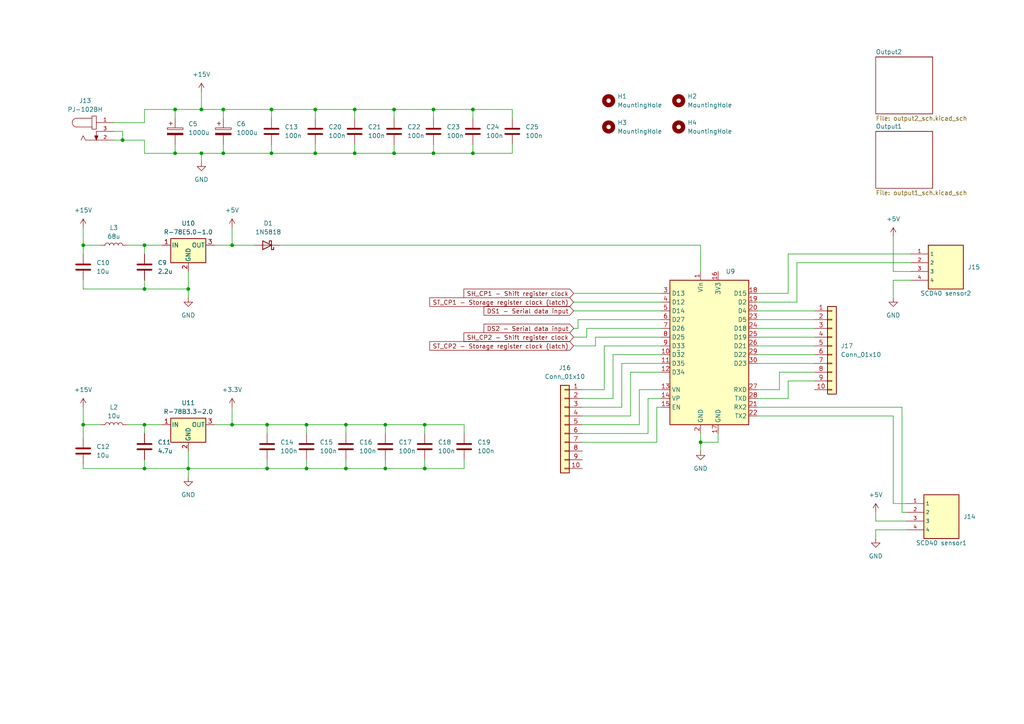
<source format=kicad_sch>
(kicad_sch (version 20231120) (generator "eeschema") (generator_version "8.0")
  (paper "A4")
  (lib_symbols
    (symbol "Connector_Generic:Conn_01x10" (pin_names (offset 1.016) hide)
      (property "Reference" "J" (at 0 12.7 0))
      (property "Value" "Conn_01x10" (at 0 -15.24 0))
      (symbol "Conn_01x10_1_1"
        (rectangle (start -1.27 -12.573) (end 0 -12.827) (stroke (width 0.1524)))
        (rectangle (start -1.27 -10.033) (end 0 -10.287) (stroke (width 0.1524)))
        (rectangle (start -1.27 -7.493) (end 0 -7.747) (stroke (width 0.1524)))
        (rectangle (start -1.27 -4.953) (end 0 -5.207) (stroke (width 0.1524)))
        (rectangle (start -1.27 -2.413) (end 0 -2.667) (stroke (width 0.1524)))
        (rectangle (start -1.27 0.127) (end 0 -0.127) (stroke (width 0.1524)))
        (rectangle (start -1.27 2.667) (end 0 2.413) (stroke (width 0.1524)))
        (rectangle (start -1.27 5.207) (end 0 4.953) (stroke (width 0.1524)))
        (rectangle (start -1.27 7.747) (end 0 7.493) (stroke (width 0.1524)))
        (rectangle (start -1.27 10.287) (end 0 10.033) (stroke (width 0.1524)))
        (rectangle (start -1.27 11.43) (end 1.27 -13.97) (stroke (width 0.254)) (fill (type background)))
        (pin passive line (at -5.08 10.16 0) (length 3.81) (name "Pin_1") (number "1"))
        (pin passive line (at -5.08 -12.7 0) (length 3.81) (name "Pin_10") (number "10"))
        (pin passive line (at -5.08 7.62 0) (length 3.81) (name "Pin_2") (number "2"))
        (pin passive line (at -5.08 5.08 0) (length 3.81) (name "Pin_3") (number "3"))
        (pin passive line (at -5.08 2.54 0) (length 3.81) (name "Pin_4") (number "4"))
        (pin passive line (at -5.08 0 0) (length 3.81) (name "Pin_5") (number "5"))
        (pin passive line (at -5.08 -2.54 0) (length 3.81) (name "Pin_6") (number "6"))
        (pin passive line (at -5.08 -5.08 0) (length 3.81) (name "Pin_7") (number "7"))
        (pin passive line (at -5.08 -7.62 0) (length 3.81) (name "Pin_8") (number "8"))
        (pin passive line (at -5.08 -10.16 0) (length 3.81) (name "Pin_9") (number "9"))
      )
    )
    (symbol "Device:C" (pin_numbers hide) (pin_names (offset 0.254))
      (property "Reference" "C" (at 0.635 2.54 0))
      (property "Value" "C" (at 0.635 -2.54 0))
      (symbol "C_0_1"
        (polyline (pts (xy -2.032 -0.762) (xy 2.032 -0.762)) (stroke (width 0.508)))
        (polyline (pts (xy -2.032 0.762) (xy 2.032 0.762)) (stroke (width 0.508)))
      )
      (symbol "C_1_1"
        (pin passive line (at 0 3.81 270) (length 2.794) (name "~") (number "1"))
        (pin passive line (at 0 -3.81 90) (length 2.794) (name "~") (number "2"))
      )
    )
    (symbol "Device:C_Polarized" (pin_numbers hide) (pin_names (offset 0.254))
      (property "Reference" "C" (at 0.635 2.54 0))
      (property "Value" "C_Polarized" (at 0.635 -2.54 0))
      (symbol "C_Polarized_0_1"
        (rectangle (start -2.286 0.508) (end 2.286 1.016))
        (polyline (pts (xy -1.778 2.286) (xy -0.762 2.286)))
        (polyline (pts (xy -1.27 2.794) (xy -1.27 1.778)))
        (rectangle (start 2.286 -0.508) (end -2.286 -1.016) (fill (type outline)))
      )
      (symbol "C_Polarized_1_1"
        (pin passive line (at 0 3.81 270) (length 2.794) (name "~") (number "1"))
        (pin passive line (at 0 -3.81 90) (length 2.794) (name "~") (number "2"))
      )
    )
    (symbol "Device:L" (pin_numbers hide) (pin_names (offset 1.016) hide)
      (property "Reference" "L" (at -1.27 0 90))
      (property "Value" "L" (at 1.905 0 90))
      (symbol "L_0_1"
        (arc (start 0 -2.54) (mid 0.6323 -1.905) (end 0 -1.27))
        (arc (start 0 -1.27) (mid 0.6323 -0.635) (end 0 0))
        (arc (start 0 0) (mid 0.6323 0.635) (end 0 1.27))
        (arc (start 0 1.27) (mid 0.6323 1.905) (end 0 2.54))
      )
      (symbol "L_1_1"
        (pin passive line (at 0 3.81 270) (length 1.27) (name "1") (number "1"))
        (pin passive line (at 0 -3.81 90) (length 1.27) (name "2") (number "2"))
      )
    )
    (symbol "Diode:1N5818" (pin_numbers hide) (pin_names (offset 1.016) hide)
      (property "Reference" "D" (at 0 2.54 0))
      (property "Value" "1N5818" (at 0 -2.54 0))
      (symbol "1N5818_0_1"
        (polyline (pts (xy 1.27 0) (xy -1.27 0)))
        (polyline (pts (xy 1.27 1.27) (xy 1.27 -1.27) (xy -1.27 0) (xy 1.27 1.27)) (stroke (width 0.254)))
        (polyline (pts (xy -1.905 0.635) (xy -1.905 1.27) (xy -1.27 1.27) (xy -1.27 -1.27) (xy -0.635 -1.27) (xy -0.635 -0.635)) (stroke (width 0.254)))
      )
      (symbol "1N5818_1_1"
        (pin passive line (at -3.81 0 0) (length 2.54) (name "K") (number "1"))
        (pin passive line (at 3.81 0 180) (length 2.54) (name "A") (number "2"))
      )
    )
    (symbol "Mechanical:MountingHole" (pin_names (offset 1.016)) (exclude_from_sim yes) (in_bom no)
      (property "Reference" "H" (at 0 5.08 0))
      (property "Value" "MountingHole" (at 0 3.175 0))
      (symbol "MountingHole_0_1"
        (circle (center 0 0) (radius 1.27) (stroke (width 1.27)))
      )
    )
    (symbol "Regulator_Switching:R-78B3.3-2.0" (pin_names (offset 0.254))
      (property "Reference" "U" (at -3.81 3.175 0))
      (property "Value" "R-78B3.3-2.0" (at 0 3.175 0))
      (symbol "R-78B3.3-2.0_0_1"
        (rectangle (start -5.08 1.905) (end 5.08 -5.08) (stroke (width 0.254)) (fill (type background)))
      )
      (symbol "R-78B3.3-2.0_1_1"
        (pin power_in line (at -7.62 0 0) (length 2.54) (name "IN") (number "1"))
        (pin power_in line (at 0 -7.62 90) (length 2.54) (name "GND") (number "2"))
        (pin power_out line (at 7.62 0 180) (length 2.54) (name "OUT") (number "3"))
      )
    )
    (symbol "Regulator_Switching:R-78E5.0-1.0" (pin_names (offset 0.254))
      (property "Reference" "U" (at -3.81 3.175 0))
      (property "Value" "R-78E5.0-1.0" (at 0 3.175 0))
      (symbol "R-78E5.0-1.0_0_1"
        (rectangle (start -5.08 1.905) (end 5.08 -5.08) (stroke (width 0.254)) (fill (type background)))
      )
      (symbol "R-78E5.0-1.0_1_1"
        (pin power_in line (at -7.62 0 0) (length 2.54) (name "IN") (number "1"))
        (pin power_in line (at 0 -7.62 90) (length 2.54) (name "GND") (number "2"))
        (pin power_out line (at 7.62 0 180) (length 2.54) (name "OUT") (number "3"))
      )
    )
    (symbol "power:+15V" (power) (pin_names (offset 0))
      (property "Value" "+15V" (at 0 3.556 0))
      (symbol "+15V_0_1"
        (polyline (pts (xy -0.762 1.27) (xy 0 2.54)))
        (polyline (pts (xy 0 0) (xy 0 2.54)))
        (polyline (pts (xy 0 2.54) (xy 0.762 1.27)))
      )
      (symbol "+15V_1_1"
        (pin power_in line (at 0 0 90) (length 0) hide (name "+15V") (number "1"))
      )
    )
    (symbol "power:+3.3V" (power) (pin_names (offset 0))
      (property "Value" "+3.3V" (at 0 3.556 0))
      (symbol "+3.3V_0_1"
        (polyline (pts (xy -0.762 1.27) (xy 0 2.54)))
        (polyline (pts (xy 0 0) (xy 0 2.54)))
        (polyline (pts (xy 0 2.54) (xy 0.762 1.27)))
      )
      (symbol "+3.3V_1_1"
        (pin power_in line (at 0 0 90) (length 0) hide (name "+3.3V") (number "1"))
      )
    )
    (symbol "power:+5V" (power) (pin_names (offset 0))
      (property "Value" "+5V" (at 0 3.556 0))
      (symbol "+5V_0_1"
        (polyline (pts (xy -0.762 1.27) (xy 0 2.54)))
        (polyline (pts (xy 0 0) (xy 0 2.54)))
        (polyline (pts (xy 0 2.54) (xy 0.762 1.27)))
      )
      (symbol "+5V_1_1"
        (pin power_in line (at 0 0 90) (length 0) hide (name "+5V") (number "1"))
      )
    )
    (symbol "power:GND" (power) (pin_names (offset 0))
      (property "Value" "GND" (at 0 -3.81 0))
      (symbol "GND_0_1"
        (polyline (pts (xy 0 0) (xy 0 -1.27) (xy 1.27 -1.27) (xy 0 -2.54) (xy -1.27 -1.27) (xy 0 -1.27)))
      )
      (symbol "GND_1_1"
        (pin power_in line (at 0 0 270) (length 0) hide (name "GND") (number "1"))
      )
    )
    (symbol "ventilation:HY2.0-4p"
      (property "Reference" "J" (at 0 0 0))
      (symbol "HY2.0-4p_0_0"
        (rectangle (start -5.08 -6.35) (end 5.08 6.35) (stroke (width 0.254)) (fill (type background)))
        (pin passive line (at -10.16 3.81 0) (length 5.08) (name "1") (number "1"))
        (pin passive line (at -10.16 1.27 0) (length 5.08) (name "2") (number "2"))
        (pin passive line (at -10.16 -1.27 0) (length 5.08) (name "3") (number "3"))
        (pin passive line (at -10.16 -3.81 0) (length 5.08) (name "4") (number "4"))
      )
    )
    (symbol "ventilation:NodeMCU-32S_Ali_30-pins"
      (property "Reference" "U" (at 8.89 0 0))
      (symbol "NodeMCU-32S_Ali_30-pins_0_1"
        (rectangle (start -2.54 20.32) (end 20.32 -21.59) (stroke (width 0.254)) (fill (type background)))
      )
      (symbol "NodeMCU-32S_Ali_30-pins_1_1"
        (pin power_in line (at 6.35 22.86 270) (length 2.54) (name "Vin") (number "1"))
        (pin bidirectional line (at -5.08 -1.27 0) (length 2.54) (name "D32") (number "10"))
        (pin bidirectional line (at -5.08 -3.81 0) (length 2.54) (name "D35") (number "11"))
        (pin bidirectional line (at -5.08 -6.35 0) (length 2.54) (name "D34") (number "12"))
        (pin power_in line (at -5.08 -11.43 0) (length 2.54) (name "VN") (number "13"))
        (pin power_in line (at -5.08 -13.97 0) (length 2.54) (name "VP") (number "14"))
        (pin power_in line (at -5.08 -16.51 0) (length 2.54) (name "EN") (number "15"))
        (pin power_in line (at 11.43 22.86 270) (length 2.54) (name "3V3") (number "16"))
        (pin power_in line (at 11.43 -24.13 90) (length 2.54) (name "GND") (number "17"))
        (pin bidirectional line (at 22.86 16.51 180) (length 2.54) (name "D15") (number "18"))
        (pin bidirectional line (at 22.86 13.97 180) (length 2.54) (name "D2") (number "19"))
        (pin power_in line (at 6.35 -24.13 90) (length 2.54) (name "GND") (number "2"))
        (pin bidirectional line (at 22.86 11.43 180) (length 2.54) (name "D4") (number "20"))
        (pin bidirectional line (at 22.86 -16.51 180) (length 2.54) (name "RX2") (number "21"))
        (pin bidirectional line (at 22.86 -19.05 180) (length 2.54) (name "TX2") (number "22"))
        (pin bidirectional line (at 22.86 8.89 180) (length 2.54) (name "D5") (number "23"))
        (pin bidirectional line (at 22.86 6.35 180) (length 2.54) (name "D18") (number "24"))
        (pin bidirectional line (at 22.86 3.81 180) (length 2.54) (name "D19") (number "25"))
        (pin bidirectional line (at 22.86 1.27 180) (length 2.54) (name "D21") (number "26"))
        (pin bidirectional line (at 22.86 -11.43 180) (length 2.54) (name "RXD") (number "27"))
        (pin bidirectional line (at 22.86 -13.97 180) (length 2.54) (name "TXD") (number "28"))
        (pin bidirectional line (at 22.86 -1.27 180) (length 2.54) (name "D22") (number "29"))
        (pin bidirectional line (at -5.08 16.51 0) (length 2.54) (name "D13") (number "3"))
        (pin bidirectional line (at 22.86 -3.81 180) (length 2.54) (name "D23") (number "30"))
        (pin bidirectional line (at -5.08 13.97 0) (length 2.54) (name "D12") (number "4"))
        (pin bidirectional line (at -5.08 11.43 0) (length 2.54) (name "D14") (number "5"))
        (pin bidirectional line (at -5.08 8.89 0) (length 2.54) (name "D27") (number "6"))
        (pin bidirectional line (at -5.08 6.35 0) (length 2.54) (name "D26") (number "7"))
        (pin bidirectional line (at -5.08 3.81 0) (length 2.54) (name "D25") (number "8"))
        (pin bidirectional line (at -5.08 1.27 0) (length 2.54) (name "D33") (number "9"))
      )
    )
    (symbol "ventilation:PJ-102BH" (pin_names (offset 1.016))
      (property "Reference" "J" (at -7.6242 5.0828 0))
      (property "Value" "PJ-102BH" (at -7.6254 -5.0836 0))
      (symbol "PJ-102BH_0_0"
        (arc (start -5.715 3.81) (mid -6.9794 2.54) (end -5.715 1.27) (stroke (width 0.1524)))
        (polyline (pts (xy -5.715 3.81) (xy -1.27 3.81)) (stroke (width 0.1524)))
        (polyline (pts (xy -3.81 -1.27) (xy -4.445 -2.54)) (stroke (width 0.1524)))
        (polyline (pts (xy -3.175 -2.54) (xy -3.81 -1.27)) (stroke (width 0.1524)))
        (polyline (pts (xy -1.27 0.635) (xy 0 0.635)) (stroke (width 0.1524)))
        (polyline (pts (xy -1.27 1.27) (xy -5.715 1.27)) (stroke (width 0.1524)))
        (polyline (pts (xy -1.27 1.27) (xy -1.27 0.635)) (stroke (width 0.1524)))
        (polyline (pts (xy -1.27 3.81) (xy -1.27 1.27)) (stroke (width 0.1524)))
        (polyline (pts (xy -1.27 4.445) (xy -1.27 3.81)) (stroke (width 0.1524)))
        (polyline (pts (xy 0 -2.54) (xy -3.175 -2.54)) (stroke (width 0.1524)))
        (polyline (pts (xy 0 0) (xy 0 -2.54)) (stroke (width 0.1524)))
        (polyline (pts (xy 0 0.635) (xy 0 4.445)) (stroke (width 0.1524)))
        (polyline (pts (xy 0 4.445) (xy -1.27 4.445)) (stroke (width 0.1524)))
        (polyline (pts (xy 0 -2.54) (xy -0.508 -1.27) (xy 0.508 -1.27) (xy 0 -2.54)) (stroke (width 0.1524)) (fill (type outline)))
        (pin passive line (at 5.08 2.54 180) (length 5.08) (name "~") (number "1"))
        (pin passive line (at 5.08 -2.54 180) (length 5.08) (name "~") (number "2"))
        (pin passive line (at 5.08 0 180) (length 5.08) (name "~") (number "3"))
      )
    )
  )
  (junction (at 91.44 31.75))
  (junction (at 111.76 135.89))
  (junction (at 100.33 123.19))
  (junction (at 102.87 31.75))
  (junction (at 91.44 44.45))
  (junction (at 114.3 31.75))
  (junction (at 137.16 31.75))
  (junction (at 203.2 128.27))
  (junction (at 88.9 135.89))
  (junction (at 78.74 44.45))
  (junction (at 50.8 44.45))
  (junction (at 35.56 40.64))
  (junction (at 24.13 71.12))
  (junction (at 58.42 31.75))
  (junction (at 125.73 44.45))
  (junction (at 137.16 44.45))
  (junction (at 54.61 135.89))
  (junction (at 67.31 123.19))
  (junction (at 123.19 123.19))
  (junction (at 111.76 123.19))
  (junction (at 77.47 135.89))
  (junction (at 114.3 44.45))
  (junction (at 54.61 83.82))
  (junction (at 100.33 135.89))
  (junction (at 64.77 31.75))
  (junction (at 41.91 71.12))
  (junction (at 24.13 123.19))
  (junction (at 41.91 83.82))
  (junction (at 67.31 71.12))
  (junction (at 102.87 44.45))
  (junction (at 41.91 135.89))
  (junction (at 50.8 31.75))
  (junction (at 78.74 31.75))
  (junction (at 123.19 135.89))
  (junction (at 64.77 44.45))
  (junction (at 77.47 123.19))
  (junction (at 58.42 44.45))
  (junction (at 41.91 123.19))
  (junction (at 88.9 123.19))
  (junction (at 125.73 31.75))
  (wire (pts (xy 219.71 90.17) (xy 236.22 90.17)))
  (wire (pts (xy 226.06 107.95) (xy 236.22 107.95)))
  (wire (pts (xy 50.8 31.75) (xy 50.8 34.29)))
  (wire (pts (xy 175.26 100.33) (xy 175.26 113.03)))
  (wire (pts (xy 50.8 41.91) (xy 50.8 44.45)))
  (wire (pts (xy 54.61 83.82) (xy 54.61 78.74)))
  (wire (pts (xy 125.73 44.45) (xy 114.3 44.45)))
  (wire (pts (xy 33.02 40.64) (xy 35.56 40.64)))
  (wire (pts (xy 54.61 130.81) (xy 54.61 135.89)))
  (wire (pts (xy 166.37 97.79) (xy 170.18 97.79)))
  (wire (pts (xy 219.71 95.25) (xy 236.22 95.25)))
  (wire (pts (xy 190.5 128.27) (xy 168.91 128.27)))
  (wire (pts (xy 100.33 135.89) (xy 88.9 135.89)))
  (wire (pts (xy 67.31 71.12) (xy 67.31 66.04)))
  (wire (pts (xy 262.89 153.67) (xy 254 153.67)))
  (wire (pts (xy 78.74 41.91) (xy 78.74 44.45)))
  (wire (pts (xy 208.28 128.27) (xy 203.2 128.27)))
  (wire (pts (xy 41.91 73.66) (xy 41.91 71.12)))
  (wire (pts (xy 261.62 118.11) (xy 219.71 118.11)))
  (wire (pts (xy 64.77 31.75) (xy 64.77 34.29)))
  (wire (pts (xy 35.56 40.64) (xy 41.91 40.64)))
  (wire (pts (xy 24.13 118.11) (xy 24.13 123.19)))
  (wire (pts (xy 24.13 134.62) (xy 24.13 135.89)))
  (wire (pts (xy 24.13 123.19) (xy 29.21 123.19)))
  (wire (pts (xy 185.42 123.19) (xy 168.91 123.19)))
  (wire (pts (xy 226.06 113.03) (xy 226.06 107.95)))
  (wire (pts (xy 172.72 100.33) (xy 172.72 97.79)))
  (wire (pts (xy 261.62 148.59) (xy 262.89 148.59)))
  (wire (pts (xy 41.91 133.35) (xy 41.91 135.89)))
  (wire (pts (xy 24.13 66.04) (xy 24.13 71.12)))
  (wire (pts (xy 203.2 128.27) (xy 203.2 130.81)))
  (wire (pts (xy 41.91 71.12) (xy 46.99 71.12)))
  (wire (pts (xy 100.33 123.19) (xy 88.9 123.19)))
  (wire (pts (xy 62.23 123.19) (xy 67.31 123.19)))
  (wire (pts (xy 191.77 118.11) (xy 190.5 118.11)))
  (wire (pts (xy 137.16 31.75) (xy 125.73 31.75)))
  (wire (pts (xy 203.2 125.73) (xy 203.2 128.27)))
  (wire (pts (xy 191.77 107.95) (xy 182.88 107.95)))
  (wire (pts (xy 219.71 97.79) (xy 236.22 97.79)))
  (wire (pts (xy 62.23 71.12) (xy 67.31 71.12)))
  (wire (pts (xy 33.02 35.56) (xy 41.91 35.56)))
  (wire (pts (xy 24.13 71.12) (xy 24.13 73.66)))
  (wire (pts (xy 123.19 123.19) (xy 111.76 123.19)))
  (wire (pts (xy 261.62 148.59) (xy 261.62 118.11)))
  (wire (pts (xy 254 153.67) (xy 254 156.21)))
  (wire (pts (xy 36.83 71.12) (xy 41.91 71.12)))
  (wire (pts (xy 91.44 41.91) (xy 91.44 44.45)))
  (wire (pts (xy 190.5 118.11) (xy 190.5 128.27)))
  (wire (pts (xy 228.6 73.66) (xy 228.6 85.09)))
  (wire (pts (xy 134.62 135.89) (xy 123.19 135.89)))
  (wire (pts (xy 54.61 135.89) (xy 77.47 135.89)))
  (wire (pts (xy 167.64 95.25) (xy 167.64 92.71)))
  (wire (pts (xy 35.56 38.1) (xy 35.56 40.64)))
  (wire (pts (xy 228.6 115.57) (xy 228.6 110.49)))
  (wire (pts (xy 137.16 41.91) (xy 137.16 44.45)))
  (wire (pts (xy 114.3 31.75) (xy 102.87 31.75)))
  (wire (pts (xy 41.91 40.64) (xy 41.91 44.45)))
  (wire (pts (xy 123.19 123.19) (xy 134.62 123.19)))
  (wire (pts (xy 182.88 120.65) (xy 168.91 120.65)))
  (wire (pts (xy 219.71 92.71) (xy 236.22 92.71)))
  (wire (pts (xy 36.83 123.19) (xy 41.91 123.19)))
  (wire (pts (xy 187.96 115.57) (xy 187.96 125.73)))
  (wire (pts (xy 24.13 83.82) (xy 41.91 83.82)))
  (wire (pts (xy 148.59 44.45) (xy 137.16 44.45)))
  (wire (pts (xy 54.61 86.36) (xy 54.61 83.82)))
  (wire (pts (xy 41.91 31.75) (xy 50.8 31.75)))
  (wire (pts (xy 88.9 125.73) (xy 88.9 123.19)))
  (wire (pts (xy 41.91 81.28) (xy 41.91 83.82)))
  (wire (pts (xy 111.76 123.19) (xy 100.33 123.19)))
  (wire (pts (xy 41.91 35.56) (xy 41.91 31.75)))
  (wire (pts (xy 114.3 41.91) (xy 114.3 44.45)))
  (wire (pts (xy 77.47 125.73) (xy 77.47 123.19)))
  (wire (pts (xy 123.19 133.35) (xy 123.19 135.89)))
  (wire (pts (xy 166.37 95.25) (xy 167.64 95.25)))
  (wire (pts (xy 102.87 44.45) (xy 91.44 44.45)))
  (wire (pts (xy 259.08 146.05) (xy 259.08 120.65)))
  (wire (pts (xy 259.08 146.05) (xy 262.89 146.05)))
  (wire (pts (xy 219.71 100.33) (xy 236.22 100.33)))
  (wire (pts (xy 24.13 123.19) (xy 24.13 127)))
  (wire (pts (xy 191.77 113.03) (xy 185.42 113.03)))
  (wire (pts (xy 148.59 41.91) (xy 148.59 44.45)))
  (wire (pts (xy 64.77 41.91) (xy 64.77 44.45)))
  (wire (pts (xy 24.13 135.89) (xy 41.91 135.89)))
  (wire (pts (xy 208.28 125.73) (xy 208.28 128.27)))
  (wire (pts (xy 77.47 123.19) (xy 67.31 123.19)))
  (wire (pts (xy 91.44 31.75) (xy 102.87 31.75)))
  (wire (pts (xy 191.77 115.57) (xy 187.96 115.57)))
  (wire (pts (xy 58.42 44.45) (xy 64.77 44.45)))
  (wire (pts (xy 226.06 113.03) (xy 219.71 113.03)))
  (wire (pts (xy 33.02 38.1) (xy 35.56 38.1)))
  (wire (pts (xy 191.77 105.41) (xy 180.34 105.41)))
  (wire (pts (xy 41.91 123.19) (xy 41.91 125.73)))
  (wire (pts (xy 100.33 125.73) (xy 100.33 123.19)))
  (wire (pts (xy 259.08 120.65) (xy 219.71 120.65)))
  (wire (pts (xy 58.42 26.67) (xy 58.42 31.75)))
  (wire (pts (xy 166.37 87.63) (xy 191.77 87.63)))
  (wire (pts (xy 262.89 151.13) (xy 254 151.13)))
  (wire (pts (xy 88.9 135.89) (xy 77.47 135.89)))
  (wire (pts (xy 50.8 31.75) (xy 58.42 31.75)))
  (wire (pts (xy 41.91 44.45) (xy 50.8 44.45)))
  (wire (pts (xy 137.16 44.45) (xy 125.73 44.45)))
  (wire (pts (xy 64.77 44.45) (xy 78.74 44.45)))
  (wire (pts (xy 67.31 71.12) (xy 73.66 71.12)))
  (wire (pts (xy 123.19 125.73) (xy 123.19 123.19)))
  (wire (pts (xy 134.62 125.73) (xy 134.62 123.19)))
  (wire (pts (xy 29.21 71.12) (xy 24.13 71.12)))
  (wire (pts (xy 219.71 102.87) (xy 236.22 102.87)))
  (wire (pts (xy 259.08 68.58) (xy 259.08 78.74)))
  (wire (pts (xy 78.74 44.45) (xy 91.44 44.45)))
  (wire (pts (xy 180.34 105.41) (xy 180.34 118.11)))
  (wire (pts (xy 24.13 81.28) (xy 24.13 83.82)))
  (wire (pts (xy 67.31 123.19) (xy 67.31 118.11)))
  (wire (pts (xy 172.72 97.79) (xy 191.77 97.79)))
  (wire (pts (xy 78.74 34.29) (xy 78.74 31.75)))
  (wire (pts (xy 102.87 41.91) (xy 102.87 44.45)))
  (wire (pts (xy 100.33 133.35) (xy 100.33 135.89)))
  (wire (pts (xy 111.76 135.89) (xy 100.33 135.89)))
  (wire (pts (xy 228.6 110.49) (xy 236.22 110.49)))
  (wire (pts (xy 185.42 113.03) (xy 185.42 123.19)))
  (wire (pts (xy 175.26 113.03) (xy 168.91 113.03)))
  (wire (pts (xy 148.59 34.29) (xy 148.59 31.75)))
  (wire (pts (xy 50.8 44.45) (xy 58.42 44.45)))
  (wire (pts (xy 264.16 81.28) (xy 259.08 81.28)))
  (wire (pts (xy 91.44 34.29) (xy 91.44 31.75)))
  (wire (pts (xy 41.91 123.19) (xy 46.99 123.19)))
  (wire (pts (xy 187.96 125.73) (xy 168.91 125.73)))
  (wire (pts (xy 58.42 44.45) (xy 58.42 46.99)))
  (wire (pts (xy 125.73 34.29) (xy 125.73 31.75)))
  (wire (pts (xy 123.19 135.89) (xy 111.76 135.89)))
  (wire (pts (xy 134.62 133.35) (xy 134.62 135.89)))
  (wire (pts (xy 180.34 118.11) (xy 168.91 118.11)))
  (wire (pts (xy 219.71 115.57) (xy 228.6 115.57)))
  (wire (pts (xy 114.3 44.45) (xy 102.87 44.45)))
  (wire (pts (xy 114.3 34.29) (xy 114.3 31.75)))
  (wire (pts (xy 41.91 135.89) (xy 54.61 135.89)))
  (wire (pts (xy 81.28 71.12) (xy 203.2 71.12)))
  (wire (pts (xy 88.9 133.35) (xy 88.9 135.89)))
  (wire (pts (xy 177.8 115.57) (xy 168.91 115.57)))
  (wire (pts (xy 264.16 78.74) (xy 259.08 78.74)))
  (wire (pts (xy 231.14 87.63) (xy 219.71 87.63)))
  (wire (pts (xy 231.14 76.2) (xy 264.16 76.2)))
  (wire (pts (xy 191.77 100.33) (xy 175.26 100.33)))
  (wire (pts (xy 41.91 83.82) (xy 54.61 83.82)))
  (wire (pts (xy 125.73 41.91) (xy 125.73 44.45)))
  (wire (pts (xy 125.73 31.75) (xy 114.3 31.75)))
  (wire (pts (xy 102.87 34.29) (xy 102.87 31.75)))
  (wire (pts (xy 77.47 133.35) (xy 77.47 135.89)))
  (wire (pts (xy 228.6 85.09) (xy 219.71 85.09)))
  (wire (pts (xy 111.76 133.35) (xy 111.76 135.89)))
  (wire (pts (xy 170.18 97.79) (xy 170.18 95.25)))
  (wire (pts (xy 137.16 34.29) (xy 137.16 31.75)))
  (wire (pts (xy 111.76 125.73) (xy 111.76 123.19)))
  (wire (pts (xy 254 148.59) (xy 254 151.13)))
  (wire (pts (xy 231.14 76.2) (xy 231.14 87.63)))
  (wire (pts (xy 64.77 31.75) (xy 78.74 31.75)))
  (wire (pts (xy 58.42 31.75) (xy 64.77 31.75)))
  (wire (pts (xy 137.16 31.75) (xy 148.59 31.75)))
  (wire (pts (xy 166.37 100.33) (xy 172.72 100.33)))
  (wire (pts (xy 166.37 85.09) (xy 191.77 85.09)))
  (wire (pts (xy 167.64 92.71) (xy 191.77 92.71)))
  (wire (pts (xy 77.47 123.19) (xy 88.9 123.19)))
  (wire (pts (xy 259.08 81.28) (xy 259.08 86.36)))
  (wire (pts (xy 177.8 102.87) (xy 177.8 115.57)))
  (wire (pts (xy 203.2 71.12) (xy 203.2 78.74)))
  (wire (pts (xy 228.6 73.66) (xy 264.16 73.66)))
  (wire (pts (xy 54.61 135.89) (xy 54.61 138.43)))
  (wire (pts (xy 219.71 105.41) (xy 236.22 105.41)))
  (wire (pts (xy 191.77 102.87) (xy 177.8 102.87)))
  (wire (pts (xy 78.74 31.75) (xy 91.44 31.75)))
  (wire (pts (xy 182.88 107.95) (xy 182.88 120.65)))
  (wire (pts (xy 170.18 95.25) (xy 191.77 95.25)))
  (wire (pts (xy 166.37 90.17) (xy 191.77 90.17)))
  (global_label "DS2 - Serial data input" (shape input) (at 166.37 95.25 180) (property "Intersheetrefs" "${INTERSHEET_REFS}" (effects (hide yes))))
  (global_label "ST_CP1 - Storage register clock (latch)" (shape input) (at 166.37 87.63 180) (property "Intersheetrefs" "${INTERSHEET_REFS}" (effects (hide yes))))
  (global_label "SH_CP2 - Shift register clock" (shape input) (at 166.37 97.79 180) (property "Intersheetrefs" "${INTERSHEET_REFS}" (effects (hide yes))))
  (global_label "ST_CP2 - Storage register clock (latch)" (shape input) (at 166.37 100.33 180) (property "Intersheetrefs" "${INTERSHEET_REFS}" (effects (hide yes))))
  (global_label "DS1 - Serial data input" (shape input) (at 166.37 90.17 180) (property "Intersheetrefs" "${INTERSHEET_REFS}" (effects (hide yes))))
  (global_label "SH_CP1 - Shift register clock" (shape input) (at 166.37 85.09 180) (property "Intersheetrefs" "${INTERSHEET_REFS}" (effects (hide yes))))
  (symbol (lib_id "Regulator_Switching:R-78B3.3-2.0") (at 54.61 123.19 0) (unit 1)
    (property "Reference" "U11" (at 54.61 116.84 0))
    (property "Value" "R-78B3.3-2.0" (at 54.61 119.38 0))
    (property "Footprint" "Converter_DCDC:Converter_DCDC_RECOM_R-78B-2.0_THT" (effects (hide yes)))
    (property "Datasheet" "https://www.recom-power.com/pdf/Innoline/R-78Bxx-2.0.pdf" (effects (hide yes)))
  )
  (symbol (lib_id "Device:C") (at 78.74 38.1 0) (unit 1)
    (property "Reference" "C13" (at 82.55 36.83 0) (effects (justify left)))
    (property "Value" "100n" (at 82.55 39.37 0) (effects (justify left)))
    (property "Footprint" "Capacitor_THT:C_Axial_L3.8mm_D2.6mm_P7.50mm_Horizontal" (effects (hide yes)))
  )
  (symbol (lib_id "Device:C") (at 91.44 38.1 0) (unit 1)
    (property "Reference" "C20" (at 95.25 36.83 0) (effects (justify left)))
    (property "Value" "100n" (at 95.25 39.37 0) (effects (justify left)))
    (property "Footprint" "Capacitor_THT:C_Axial_L3.8mm_D2.6mm_P7.50mm_Horizontal" (effects (hide yes)))
  )
  (symbol (lib_id "Mechanical:MountingHole") (at 176.53 29.21 0) (unit 1) (exclude_from_sim yes) (in_bom no)
    (property "Reference" "H1" (at 179.07 27.9399 0) (effects (justify left)))
    (property "Value" "MountingHole" (at 179.07 30.4799 0) (effects (justify left)))
    (property "Footprint" "MountingHole:MountingHole_3.2mm_M3" (effects (hide yes)))
    (property "Description" "Mounting Hole without connection" (effects (hide yes)))
  )
  (symbol (lib_id "Device:C") (at 41.91 77.47 0) (unit 1)
    (property "Reference" "C9" (at 45.72 76.2 0) (effects (justify left)))
    (property "Value" "2.2u" (at 45.72 78.74 0) (effects (justify left)))
    (property "Footprint" "Capacitor_THT:C_Axial_L5.1mm_D3.1mm_P7.50mm_Horizontal" (effects (hide yes)))
  )
  (symbol (lib_id "power:GND") (at 203.2 130.81 0) (unit 1)
    (property "Reference" "#PWR024" (effects (hide yes)))
    (property "Value" "GND" (at 203.2 135.89 0))
  )
  (symbol (lib_id "power:GND") (at 58.42 46.99 0) (unit 1)
    (property "Reference" "#PWR028" (effects (hide yes)))
    (property "Value" "GND" (at 58.42 52.07 0))
  )
  (symbol (lib_id "Mechanical:MountingHole") (at 176.53 36.83 0) (unit 1) (exclude_from_sim yes) (in_bom no)
    (property "Reference" "H3" (at 179.07 35.5599 0) (effects (justify left)))
    (property "Value" "MountingHole" (at 179.07 38.0999 0) (effects (justify left)))
    (property "Footprint" "MountingHole:MountingHole_3.2mm_M3" (effects (hide yes)))
    (property "Description" "Mounting Hole without connection" (effects (hide yes)))
  )
  (symbol (lib_id "Device:L") (at 33.02 71.12 90) (unit 1)
    (property "Reference" "L3" (at 33.02 66.04 90))
    (property "Value" "68u" (at 33.02 68.58 90))
    (property "Footprint" "Inductor_THT:L_Radial_D8.7mm_P5.00mm_Fastron_07HCP" (effects (hide yes)))
  )
  (symbol (lib_id "ventilation:HY2.0-4p") (at 274.32 77.47 0) (unit 1)
    (property "Reference" "J15" (at 280.67 77.47 0) (effects (justify left)))
    (property "Value" "SCD40 sensor2" (at 274.32 85.09 0))
    (property "Footprint" "ventilation:SEEED_110990030" (effects (hide yes)))
  )
  (symbol (lib_id "Device:C") (at 111.76 129.54 0) (unit 1)
    (property "Reference" "C17" (at 115.57 128.27 0) (effects (justify left)))
    (property "Value" "100n" (at 115.57 130.81 0) (effects (justify left)))
    (property "Footprint" "Capacitor_THT:C_Disc_D3.8mm_W2.6mm_P2.50mm" (effects (hide yes)))
  )
  (symbol (lib_id "power:+5V") (at 254 148.59 0) (unit 1)
    (property "Reference" "#PWR017" (effects (hide yes)))
    (property "Value" "+5V" (at 254 143.51 0))
  )
  (symbol (lib_id "Regulator_Switching:R-78E5.0-1.0") (at 54.61 71.12 0) (unit 1)
    (property "Reference" "U10" (at 54.61 64.77 0))
    (property "Value" "R-78E5.0-1.0" (at 54.61 67.31 0))
    (property "Footprint" "Converter_DCDC:Converter_DCDC_RECOM_R-78E-0.5_THT" (effects (hide yes)))
    (property "Datasheet" "https://www.recom-power.com/pdf/Innoline/R-78Exx-1.0.pdf" (effects (hide yes)))
  )
  (symbol (lib_id "Device:C") (at 77.47 129.54 0) (unit 1)
    (property "Reference" "C14" (at 81.28 128.27 0) (effects (justify left)))
    (property "Value" "100n" (at 81.28 130.81 0) (effects (justify left)))
    (property "Footprint" "Capacitor_THT:C_Disc_D3.8mm_W2.6mm_P2.50mm" (effects (hide yes)))
  )
  (symbol (lib_id "ventilation:PJ-102BH") (at 27.94 38.1 0) (unit 1)
    (property "Reference" "J13" (at 24.7043 29.21 0))
    (property "Value" "PJ-102BH" (at 24.7043 31.75 0))
    (property "Footprint" "ventilation:CUI_PJ-102BH" (effects (hide yes)))
    (property "MF" "CUI Devices" (effects (hide yes)))
    (property "Description_1" "2.5 x 6.5 mm, 5.0 A, Horizontal, Through Hole, Tapered Pins, Dc Power Jack Connector" (effects (hide yes)))
    (property "Package" "None" (effects (hide yes)))
    (property "Price" "None" (effects (hide yes)))
    (property "Check_prices" "https://www.snapeda.com/parts/PJ-102BH/CUI+Devices/view-part/?ref=eda" (effects (hide yes)))
    (property "PART_REV" "1.02" (effects (hide yes)))
    (property "STANDARD" "Manufacturer recommendations" (effects (hide yes)))
    (property "SnapEDA_Link" "https://www.snapeda.com/parts/PJ-102BH/CUI+Devices/view-part/?ref=snap" (effects (hide yes)))
    (property "MP" "PJ-102BH" (effects (hide yes)))
    (property "Purchase-URL" "https://www.snapeda.com/api/url_track_click_mouser/?unipart_id=378042&manufacturer=CUI Devices&part_name=PJ-102BH&search_term=barrel  pj102ah" (effects (hide yes)))
    (property "CUI_purchase_URL" "https://www.cuidevices.com/product/interconnect/connectors/dc-power-connectors/jacks/pj-102bh?utm_source=snapeda.com&utm_medium=referral&utm_campaign=snapedaBOM" (effects (hide yes)))
    (property "Availability" "In Stock" (effects (hide yes)))
    (property "MANUFACTURER" "CUI INC" (effects (hide yes)))
  )
  (symbol (lib_id "Device:C") (at 24.13 130.81 0) (unit 1)
    (property "Reference" "C12" (at 27.94 129.54 0) (effects (justify left)))
    (property "Value" "10u" (at 27.94 132.08 0) (effects (justify left)))
    (property "Footprint" "Capacitor_THT:C_Axial_L5.1mm_D3.1mm_P7.50mm_Horizontal" (effects (hide yes)))
  )
  (symbol (lib_id "Device:C") (at 134.62 129.54 0) (unit 1)
    (property "Reference" "C19" (at 138.43 128.27 0) (effects (justify left)))
    (property "Value" "100n" (at 138.43 130.81 0) (effects (justify left)))
    (property "Footprint" "Capacitor_THT:C_Disc_D3.8mm_W2.6mm_P2.50mm" (effects (hide yes)))
  )
  (symbol (lib_id "power:+5V") (at 67.31 66.04 0) (unit 1)
    (property "Reference" "#PWR014" (effects (hide yes)))
    (property "Value" "+5V" (at 67.31 60.96 0))
  )
  (symbol (lib_id "power:GND") (at 254 156.21 0) (unit 1)
    (property "Reference" "#PWR019" (effects (hide yes)))
    (property "Value" "GND" (at 254 161.29 0))
  )
  (symbol (lib_id "power:+15V") (at 24.13 66.04 0) (unit 1)
    (property "Reference" "#PWR032" (effects (hide yes)))
    (property "Value" "+15V" (at 24.13 60.96 0))
  )
  (symbol (lib_id "Device:C") (at 114.3 38.1 0) (unit 1)
    (property "Reference" "C22" (at 118.11 36.83 0) (effects (justify left)))
    (property "Value" "100n" (at 118.11 39.37 0) (effects (justify left)))
    (property "Footprint" "Capacitor_THT:C_Axial_L3.8mm_D2.6mm_P7.50mm_Horizontal" (effects (hide yes)))
  )
  (symbol (lib_id "Device:C") (at 123.19 129.54 0) (unit 1)
    (property "Reference" "C18" (at 127 128.27 0) (effects (justify left)))
    (property "Value" "100n" (at 127 130.81 0) (effects (justify left)))
    (property "Footprint" "Capacitor_THT:C_Disc_D3.8mm_W2.6mm_P2.50mm" (effects (hide yes)))
  )
  (symbol (lib_id "Mechanical:MountingHole") (at 196.85 36.83 0) (unit 1) (exclude_from_sim yes) (in_bom no)
    (property "Reference" "H4" (at 199.39 35.5599 0) (effects (justify left)))
    (property "Value" "MountingHole" (at 199.39 38.0999 0) (effects (justify left)))
    (property "Footprint" "MountingHole:MountingHole_3.2mm_M3" (effects (hide yes)))
    (property "Description" "Mounting Hole without connection" (effects (hide yes)))
  )
  (symbol (lib_id "power:+5V") (at 259.08 68.58 0) (unit 1)
    (property "Reference" "#PWR031" (effects (hide yes)))
    (property "Value" "+5V" (at 259.08 63.5 0))
  )
  (symbol (lib_id "Device:L") (at 33.02 123.19 90) (unit 1)
    (property "Reference" "L2" (at 33.02 118.11 90))
    (property "Value" "10u" (at 33.02 120.65 90))
    (property "Footprint" "Inductor_THT:L_Radial_D8.7mm_P5.00mm_Fastron_07HCP" (effects (hide yes)))
  )
  (symbol (lib_id "Connector_Generic:Conn_01x10") (at 241.3 100.33 0) (unit 1)
    (property "Reference" "J17" (at 243.84 100.3299 0) (effects (justify left)))
    (property "Value" "Conn_01x10" (at 243.84 102.8699 0) (effects (justify left)))
    (property "Footprint" "Connector_PinHeader_2.54mm:PinHeader_1x10_P2.54mm_Vertical" (effects (hide yes)))
    (property "Description" "Generic connector, single row, 01x10, script generated (kicad-library-utils/schlib/autogen/connector/)" (effects (hide yes)))
  )
  (symbol (lib_id "power:GND") (at 54.61 138.43 0) (unit 1)
    (property "Reference" "#PWR029" (effects (hide yes)))
    (property "Value" "GND" (at 54.61 143.51 0))
  )
  (symbol (lib_id "power:+15V") (at 58.42 26.67 0) (unit 1)
    (property "Reference" "#PWR013" (effects (hide yes)))
    (property "Value" "+15V" (at 58.42 21.59 0))
  )
  (symbol (lib_id "Device:C") (at 102.87 38.1 0) (unit 1)
    (property "Reference" "C21" (at 106.68 36.83 0) (effects (justify left)))
    (property "Value" "100n" (at 106.68 39.37 0) (effects (justify left)))
    (property "Footprint" "Capacitor_THT:C_Axial_L3.8mm_D2.6mm_P7.50mm_Horizontal" (effects (hide yes)))
  )
  (symbol (lib_id "power:+3.3V") (at 67.31 118.11 0) (unit 1)
    (property "Reference" "#PWR027" (effects (hide yes)))
    (property "Value" "+3.3V" (at 67.31 113.03 0))
  )
  (symbol (lib_id "Device:C") (at 148.59 38.1 0) (unit 1)
    (property "Reference" "C25" (at 152.4 36.83 0) (effects (justify left)))
    (property "Value" "100n" (at 152.4 39.37 0) (effects (justify left)))
    (property "Footprint" "Capacitor_THT:C_Axial_L3.8mm_D2.6mm_P7.50mm_Horizontal" (effects (hide yes)))
  )
  (symbol (lib_id "Device:C") (at 137.16 38.1 0) (unit 1)
    (property "Reference" "C24" (at 140.97 36.83 0) (effects (justify left)))
    (property "Value" "100n" (at 140.97 39.37 0) (effects (justify left)))
    (property "Footprint" "Capacitor_THT:C_Axial_L3.8mm_D2.6mm_P7.50mm_Horizontal" (effects (hide yes)))
  )
  (symbol (lib_id "Connector_Generic:Conn_01x10") (at 163.83 123.19 0) (mirror y) (unit 1)
    (property "Reference" "J16" (at 163.83 106.68 0))
    (property "Value" "Conn_01x10" (at 163.83 109.22 0))
    (property "Footprint" "Connector_PinHeader_2.54mm:PinHeader_1x10_P2.54mm_Vertical" (effects (hide yes)))
    (property "Description" "Generic connector, single row, 01x10, script generated (kicad-library-utils/schlib/autogen/connector/)" (effects (hide yes)))
  )
  (symbol (lib_id "Device:C") (at 88.9 129.54 0) (unit 1)
    (property "Reference" "C15" (at 92.71 128.27 0) (effects (justify left)))
    (property "Value" "100n" (at 92.71 130.81 0) (effects (justify left)))
    (property "Footprint" "Capacitor_THT:C_Disc_D3.8mm_W2.6mm_P2.50mm" (effects (hide yes)))
  )
  (symbol (lib_id "power:GND") (at 54.61 86.36 0) (unit 1)
    (property "Reference" "#PWR033" (effects (hide yes)))
    (property "Value" "GND" (at 54.61 91.44 0))
  )
  (symbol (lib_id "Device:C") (at 100.33 129.54 0) (unit 1)
    (property "Reference" "C16" (at 104.14 128.27 0) (effects (justify left)))
    (property "Value" "100n" (at 104.14 130.81 0) (effects (justify left)))
    (property "Footprint" "Capacitor_THT:C_Disc_D3.8mm_W2.6mm_P2.50mm" (effects (hide yes)))
  )
  (symbol (lib_id "Device:C_Polarized") (at 64.77 38.1 0) (unit 1)
    (property "Reference" "C6" (at 68.58 35.941 0) (effects (justify left)))
    (property "Value" "1000u" (at 68.58 38.481 0) (effects (justify left)))
    (property "Footprint" "Capacitor_THT:CP_Radial_D12.5mm_P5.00mm" (effects (hide yes)))
  )
  (symbol (lib_id "power:+15V") (at 24.13 118.11 0) (unit 1)
    (property "Reference" "#PWR030" (effects (hide yes)))
    (property "Value" "+15V" (at 24.13 113.03 0))
  )
  (symbol (lib_id "ventilation:NodeMCU-32S_Ali_30-pins") (at 196.85 101.6 0) (unit 1)
    (property "Reference" "U9" (at 210.4741 78.74 0) (effects (justify left)))
    (property "Value" "~" (at 196.85 101.6 0))
    (property "Footprint" "ventilation:NodeMCU-32S 30 pins Ali" (effects (hide yes)))
  )
  (symbol (lib_id "Mechanical:MountingHole") (at 196.85 29.21 0) (unit 1) (exclude_from_sim yes) (in_bom no)
    (property "Reference" "H2" (at 199.39 27.9399 0) (effects (justify left)))
    (property "Value" "MountingHole" (at 199.39 30.4799 0) (effects (justify left)))
    (property "Footprint" "MountingHole:MountingHole_3.2mm_M3" (effects (hide yes)))
    (property "Description" "Mounting Hole without connection" (effects (hide yes)))
  )
  (symbol (lib_id "Device:C") (at 24.13 77.47 0) (unit 1)
    (property "Reference" "C10" (at 27.94 76.2 0) (effects (justify left)))
    (property "Value" "10u" (at 27.94 78.74 0) (effects (justify left)))
    (property "Footprint" "Capacitor_THT:C_Axial_L5.1mm_D3.1mm_P7.50mm_Horizontal" (effects (hide yes)))
  )
  (symbol (lib_id "Device:C") (at 125.73 38.1 0) (unit 1)
    (property "Reference" "C23" (at 129.54 36.83 0) (effects (justify left)))
    (property "Value" "100n" (at 129.54 39.37 0) (effects (justify left)))
    (property "Footprint" "Capacitor_THT:C_Axial_L3.8mm_D2.6mm_P7.50mm_Horizontal" (effects (hide yes)))
  )
  (symbol (lib_id "ventilation:HY2.0-4p") (at 273.05 149.86 0) (unit 1)
    (property "Reference" "J14" (at 279.4 149.86 0) (effects (justify left)))
    (property "Value" "SCD40 sensor1" (at 273.05 157.48 0))
    (property "Footprint" "ventilation:SEEED_110990030" (effects (hide yes)))
  )
  (symbol (lib_id "Diode:1N5818") (at 77.47 71.12 180) (unit 1)
    (property "Reference" "D1" (at 77.7875 64.77 0))
    (property "Value" "1N5818" (at 77.7875 67.31 0))
    (property "Footprint" "Diode_THT:D_DO-41_SOD81_P10.16mm_Horizontal" (effects (hide yes)))
    (property "Datasheet" "http://www.vishay.com/docs/88525/1n5817.pdf" (effects (hide yes)))
  )
  (symbol (lib_id "power:GND") (at 259.08 86.36 0) (unit 1)
    (property "Reference" "#PWR037" (effects (hide yes)))
    (property "Value" "GND" (at 259.08 91.44 0))
  )
  (symbol (lib_id "Device:C_Polarized") (at 50.8 38.1 0) (unit 1)
    (property "Reference" "C5" (at 54.61 35.941 0) (effects (justify left)))
    (property "Value" "1000u" (at 54.61 38.481 0) (effects (justify left)))
    (property "Footprint" "Capacitor_THT:CP_Radial_D12.5mm_P5.00mm" (effects (hide yes)))
  )
  (symbol (lib_id "Device:C") (at 41.91 129.54 0) (unit 1)
    (property "Reference" "C11" (at 45.72 128.27 0) (effects (justify left)))
    (property "Value" "4.7u" (at 45.72 130.81 0) (effects (justify left)))
    (property "Footprint" "Capacitor_THT:C_Axial_L5.1mm_D3.1mm_P7.50mm_Horizontal" (effects (hide yes)))
  )
  (sheet (at 254 38.1) (size 16.51 16.51) (stroke (width 0.1524))
    (property "Sheetname" "Output1" (at 254 37.3884 0) (effects (justify left bottom)))
    (property "Sheetfile" "output1_sch.kicad_sch" (at 254 55.1946 0) (effects (justify left top)))
  )
  (sheet (at 254 16.51) (size 16.51 16.51) (stroke (width 0.1524))
    (property "Sheetname" "Output2" (at 254 15.7984 0) (effects (justify left bottom)))
    (property "Sheetfile" "output2_sch.kicad_sch" (at 254 33.6046 0) (effects (justify left top)))
  )
)
</source>
